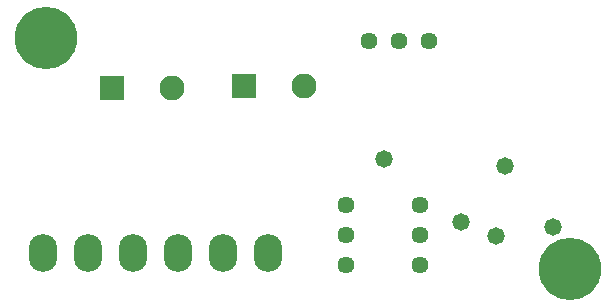
<source format=gbs>
G04*
G04 #@! TF.GenerationSoftware,Altium Limited,Altium Designer,22.3.1 (43)*
G04*
G04 Layer_Color=16711935*
%FSLAX25Y25*%
%MOIN*%
G70*
G04*
G04 #@! TF.SameCoordinates,E78762D2-B51B-4B12-9D3C-234BF7CF4557*
G04*
G04*
G04 #@! TF.FilePolarity,Negative*
G04*
G01*
G75*
%ADD27C,0.20800*%
%ADD28O,0.09461X0.12611*%
%ADD29R,0.08280X0.08280*%
%ADD30C,0.08280*%
%ADD31C,0.05682*%
%ADD32C,0.05800*%
D27*
X186220Y11000D02*
D03*
X11417Y88189D02*
D03*
D28*
X10500Y16500D02*
D03*
X40500D02*
D03*
X70500D02*
D03*
X85500D02*
D03*
X55500D02*
D03*
X25500D02*
D03*
D29*
X33500Y71500D02*
D03*
X77500Y72000D02*
D03*
D30*
X53500Y71500D02*
D03*
X97500Y72000D02*
D03*
D31*
X119000Y87000D02*
D03*
X129000D02*
D03*
X139000D02*
D03*
X111500Y32500D02*
D03*
Y22500D02*
D03*
Y12500D02*
D03*
X136000Y32500D02*
D03*
Y22500D02*
D03*
Y12500D02*
D03*
D32*
X180300Y25000D02*
D03*
X164307Y45400D02*
D03*
X124100Y47900D02*
D03*
X161500Y22200D02*
D03*
X149700Y26800D02*
D03*
M02*

</source>
